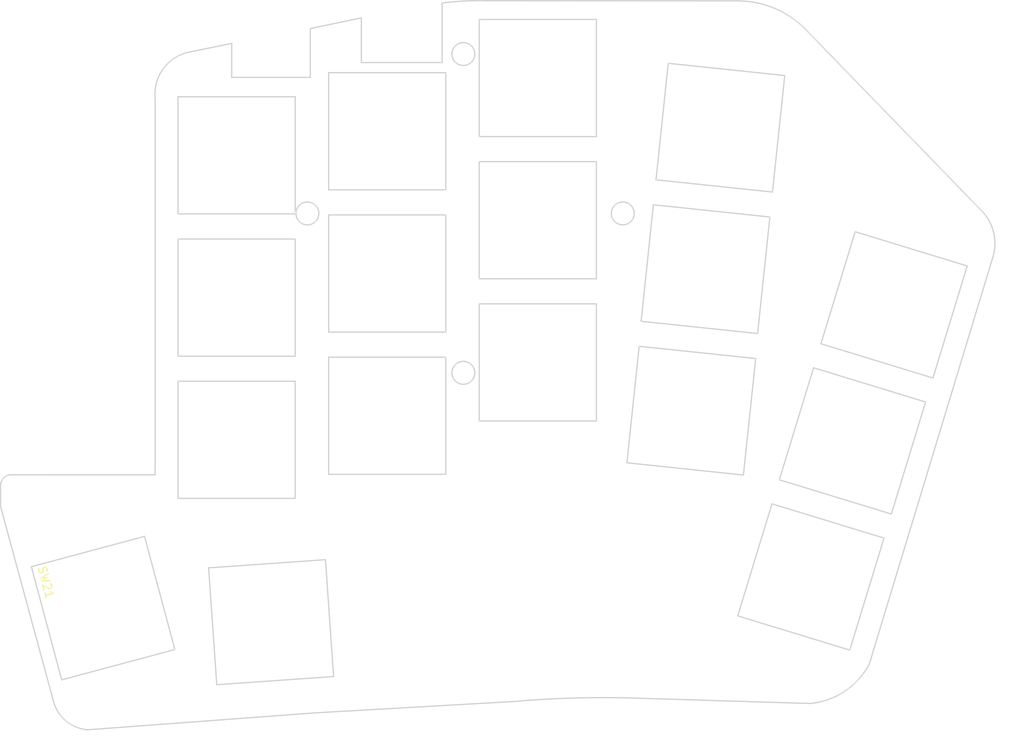
<source format=kicad_pcb>
(kicad_pcb (version 20171130) (host pcbnew 5.1.10)

  (general
    (thickness 1.6)
    (drawings 30)
    (tracks 0)
    (zones 0)
    (modules 17)
    (nets 1)
  )

  (page A4)
  (title_block
    (title hypergolic)
    (date 2020-12-26)
    (rev 0.1)
    (company broomlabs)
  )

  (layers
    (0 F.Cu signal)
    (31 B.Cu signal)
    (32 B.Adhes user)
    (33 F.Adhes user)
    (34 B.Paste user)
    (35 F.Paste user)
    (36 B.SilkS user hide)
    (37 F.SilkS user)
    (38 B.Mask user)
    (39 F.Mask user)
    (40 Dwgs.User user)
    (41 Cmts.User user)
    (42 Eco1.User user)
    (43 Eco2.User user)
    (44 Edge.Cuts user)
    (45 Margin user)
    (46 B.CrtYd user)
    (47 F.CrtYd user)
    (48 B.Fab user)
    (49 F.Fab user)
  )

  (setup
    (last_trace_width 0.25)
    (user_trace_width 0.5)
    (trace_clearance 0.2)
    (zone_clearance 0.508)
    (zone_45_only no)
    (trace_min 0.2)
    (via_size 0.6)
    (via_drill 0.4)
    (via_min_size 0.4)
    (via_min_drill 0.3)
    (uvia_size 0.3)
    (uvia_drill 0.1)
    (uvias_allowed no)
    (uvia_min_size 0.2)
    (uvia_min_drill 0.1)
    (edge_width 0.15)
    (segment_width 0.15)
    (pcb_text_width 0.3)
    (pcb_text_size 1.5 1.5)
    (mod_edge_width 0.15)
    (mod_text_size 1 1)
    (mod_text_width 0.15)
    (pad_size 0.9 1.25)
    (pad_drill 0)
    (pad_to_mask_clearance 0.2)
    (aux_axis_origin 145.73 12.66)
    (visible_elements FFFFEFFF)
    (pcbplotparams
      (layerselection 0x010c0_ffffffff)
      (usegerberextensions true)
      (usegerberattributes false)
      (usegerberadvancedattributes false)
      (creategerberjobfile false)
      (excludeedgelayer true)
      (linewidth 0.020000)
      (plotframeref false)
      (viasonmask false)
      (mode 1)
      (useauxorigin false)
      (hpglpennumber 1)
      (hpglpenspeed 20)
      (hpglpendiameter 15.000000)
      (psnegative false)
      (psa4output false)
      (plotreference true)
      (plotvalue true)
      (plotinvisibletext false)
      (padsonsilk false)
      (subtractmaskfromsilk false)
      (outputformat 1)
      (mirror false)
      (drillshape 0)
      (scaleselection 1)
      (outputdirectory "half/"))
  )

  (net 0 "")

  (net_class Default "これは標準のネット クラスです。"
    (clearance 0.2)
    (trace_width 0.25)
    (via_dia 0.6)
    (via_drill 0.4)
    (uvia_dia 0.3)
    (uvia_drill 0.1)
  )

  (module Kailh:SW_PG1350_cut (layer B.Cu) (tedit 5F05DFF4) (tstamp 60494191)
    (at 43.306288 95.174258 285)
    (descr "Kailh \"Choc\" PG1350 keyswitch, able to be mounted on front or back of PCB")
    (tags kailh,choc)
    (path /604A14CA)
    (fp_text reference SW21 (at 4.98 5.69 285) (layer Dwgs.User) hide
      (effects (font (size 1 1) (thickness 0.15)))
    )
    (fp_text value SW_Push (at -0.07 -8.17 285) (layer Dwgs.User) hide
      (effects (font (size 1 1) (thickness 0.15)))
    )
    (fp_line (start 7 -7) (end 7 7) (layer Edge.Cuts) (width 0.15))
    (fp_line (start -7 -7) (end -7 7) (layer Edge.Cuts) (width 0.15))
    (fp_line (start -7 -7) (end 7 -7) (layer Edge.Cuts) (width 0.15))
    (fp_line (start -7 7) (end 7 7) (layer Edge.Cuts) (width 0.15))
    (fp_text user %V (at 0 -8.255 105) (layer F.Fab)
      (effects (font (size 1 1) (thickness 0.15)))
    )
    (fp_text user %R (at -4.759999 5.8 105) (layer F.SilkS)
      (effects (font (size 1 1) (thickness 0.15)))
    )
    (fp_text user "CPG1232 - 12.7x13.7 plate cutout" (at 0 7.7 285) (layer Cmts.User)
      (effects (font (size 1 1) (thickness 0.15)))
    )
  )

  (module Kailh:SW_PG1350_cut (layer B.Cu) (tedit 5F05DFF4) (tstamp 6049411C)
    (at 77.26 72.189 180)
    (descr "Kailh \"Choc\" PG1350 keyswitch, able to be mounted on front or back of PCB")
    (tags kailh,choc)
    (path /604BAF1A)
    (fp_text reference SW17 (at 4.98 5.69 180) (layer Dwgs.User) hide
      (effects (font (size 1 1) (thickness 0.15)))
    )
    (fp_text value SW_Push (at -0.07 -8.17 180) (layer Dwgs.User) hide
      (effects (font (size 1 1) (thickness 0.15)))
    )
    (fp_line (start 7 -7) (end 7 7) (layer Edge.Cuts) (width 0.15))
    (fp_line (start -7 -7) (end -7 7) (layer Edge.Cuts) (width 0.15))
    (fp_line (start -7 -7) (end 7 -7) (layer Edge.Cuts) (width 0.15))
    (fp_line (start -7 7) (end 7 7) (layer Edge.Cuts) (width 0.15))
    (fp_text user "CPG1232 - 12.7x13.7 plate cutout" (at 0 7.7 180) (layer Cmts.User)
      (effects (font (size 1 1) (thickness 0.15)))
    )
    (fp_text user %R (at 0 0 180) (layer B.Fab)
      (effects (font (size 1 1) (thickness 0.15)) (justify mirror))
    )
    (fp_text user %V (at 0 -8.255) (layer F.Fab)
      (effects (font (size 1 1) (thickness 0.15)))
    )
  )

  (module Kailh:SW_PG1350_cut (layer B.Cu) (tedit 5F05DFF4) (tstamp 60494080)
    (at 59.26 58.064 180)
    (descr "Kailh \"Choc\" PG1350 keyswitch, able to be mounted on front or back of PCB")
    (tags kailh,choc)
    (path /604A6D70)
    (fp_text reference SW12 (at 4.98 5.69 180) (layer Dwgs.User) hide
      (effects (font (size 1 1) (thickness 0.15)))
    )
    (fp_text value SW_Push (at -0.07 -8.17 180) (layer Dwgs.User) hide
      (effects (font (size 1 1) (thickness 0.15)))
    )
    (fp_line (start 7 -7) (end 7 7) (layer Edge.Cuts) (width 0.15))
    (fp_line (start -7 -7) (end -7 7) (layer Edge.Cuts) (width 0.15))
    (fp_line (start -7 -7) (end 7 -7) (layer Edge.Cuts) (width 0.15))
    (fp_line (start -7 7) (end 7 7) (layer Edge.Cuts) (width 0.15))
    (fp_text user "CPG1232 - 12.7x13.7 plate cutout" (at 0 7.7 180) (layer Cmts.User)
      (effects (font (size 1 1) (thickness 0.15)))
    )
    (fp_text user %R (at 0 0 180) (layer B.Fab)
      (effects (font (size 1 1) (thickness 0.15)) (justify mirror))
    )
    (fp_text user %V (at 0 -8.255) (layer F.Fab)
      (effects (font (size 1 1) (thickness 0.15)))
    )
  )

  (module Kailh:SW_PG1350_cut (layer B.Cu) (tedit 5F05DFF4) (tstamp 60494143)
    (at 59.26 75.064 180)
    (descr "Kailh \"Choc\" PG1350 keyswitch, able to be mounted on front or back of PCB")
    (tags kailh,choc)
    (path /604BAF24)
    (fp_text reference SW18 (at 4.98 5.69 180) (layer Dwgs.User) hide
      (effects (font (size 1 1) (thickness 0.15)))
    )
    (fp_text value SW_Push (at -0.07 -8.17 180) (layer Dwgs.User) hide
      (effects (font (size 1 1) (thickness 0.15)))
    )
    (fp_line (start 7 -7) (end 7 7) (layer Edge.Cuts) (width 0.15))
    (fp_line (start -7 -7) (end -7 7) (layer Edge.Cuts) (width 0.15))
    (fp_line (start -7 -7) (end 7 -7) (layer Edge.Cuts) (width 0.15))
    (fp_line (start -7 7) (end 7 7) (layer Edge.Cuts) (width 0.15))
    (fp_text user "CPG1232 - 12.7x13.7 plate cutout" (at 0 7.7 180) (layer Cmts.User)
      (effects (font (size 1 1) (thickness 0.15)))
    )
    (fp_text user %R (at 0 0 180) (layer B.Fab)
      (effects (font (size 1 1) (thickness 0.15)) (justify mirror))
    )
    (fp_text user %V (at 0 -8.255) (layer F.Fab)
      (effects (font (size 1 1) (thickness 0.15)))
    )
  )

  (module Kailh:SW_PG1350_cut (layer B.Cu) (tedit 5F05DFF4) (tstamp 60493F48)
    (at 117.073725 37.758733 174)
    (descr "Kailh \"Choc\" PG1350 keyswitch, able to be mounted on front or back of PCB")
    (tags kailh,choc)
    (path /6049E7C0)
    (fp_text reference SW3 (at 4.98 5.69 174) (layer Dwgs.User) hide
      (effects (font (size 1 1) (thickness 0.15)))
    )
    (fp_text value SW_Push (at -0.07 -8.17 174) (layer Dwgs.User) hide
      (effects (font (size 1 1) (thickness 0.15)))
    )
    (fp_line (start 7 -7) (end 7 7) (layer Edge.Cuts) (width 0.15))
    (fp_line (start -7 -7) (end -7 7) (layer Edge.Cuts) (width 0.15))
    (fp_line (start -7 -7) (end 7 -7) (layer Edge.Cuts) (width 0.15))
    (fp_line (start -7 7) (end 7 7) (layer Edge.Cuts) (width 0.15))
    (fp_text user "CPG1232 - 12.7x13.7 plate cutout" (at 0 7.7 174) (layer Cmts.User)
      (effects (font (size 1 1) (thickness 0.15)))
    )
    (fp_text user %R (at 0 0 -6) (layer B.Fab)
      (effects (font (size 1 1) (thickness 0.15)) (justify mirror))
    )
    (fp_text user %V (at 0 -8.255 354) (layer F.Fab)
      (effects (font (size 1 1) (thickness 0.15)))
    )
  )

  (module Kailh:SW_PG1350_cut (layer B.Cu) (tedit 5F05DFF4) (tstamp 6049416A)
    (at 63.383714 96.856146 184)
    (descr "Kailh \"Choc\" PG1350 keyswitch, able to be mounted on front or back of PCB")
    (tags kailh,choc)
    (path /604A14C0)
    (fp_text reference SW20 (at 4.98 5.69 4) (layer Dwgs.User) hide
      (effects (font (size 1 1) (thickness 0.15)))
    )
    (fp_text value SW_Push (at -0.07 -8.17 4) (layer Dwgs.User) hide
      (effects (font (size 1 1) (thickness 0.15)))
    )
    (fp_line (start 7 -7) (end 7 7) (layer Edge.Cuts) (width 0.15))
    (fp_line (start -7 -7) (end -7 7) (layer Edge.Cuts) (width 0.15))
    (fp_line (start -7 -7) (end 7 -7) (layer Edge.Cuts) (width 0.15))
    (fp_line (start -7 7) (end 7 7) (layer Edge.Cuts) (width 0.15))
    (fp_text user "CPG1232 - 12.7x13.7 plate cutout" (at 0 7.7 4) (layer Cmts.User)
      (effects (font (size 1 1) (thickness 0.15)))
    )
    (fp_text user %R (at 0 0 184) (layer B.Fab)
      (effects (font (size 1 1) (thickness 0.15)) (justify mirror))
    )
    (fp_text user %V (at 0 -8.255 184) (layer F.Fab)
      (effects (font (size 1 1) (thickness 0.15)))
    )
  )

  (module Kailh:SW_PG1350_cut (layer B.Cu) (tedit 5F05DFF4) (tstamp 604940F5)
    (at 95.26 65.814 180)
    (descr "Kailh \"Choc\" PG1350 keyswitch, able to be mounted on front or back of PCB")
    (tags kailh,choc)
    (path /604BAF10)
    (fp_text reference SW16 (at 4.98 5.69 180) (layer Dwgs.User) hide
      (effects (font (size 1 1) (thickness 0.15)))
    )
    (fp_text value SW_Push (at -0.07 -8.17 180) (layer Dwgs.User) hide
      (effects (font (size 1 1) (thickness 0.15)))
    )
    (fp_line (start 7 -7) (end 7 7) (layer Edge.Cuts) (width 0.15))
    (fp_line (start -7 -7) (end -7 7) (layer Edge.Cuts) (width 0.15))
    (fp_line (start -7 -7) (end 7 -7) (layer Edge.Cuts) (width 0.15))
    (fp_line (start -7 7) (end 7 7) (layer Edge.Cuts) (width 0.15))
    (fp_text user "CPG1232 - 12.7x13.7 plate cutout" (at 0 7.7 180) (layer Cmts.User)
      (effects (font (size 1 1) (thickness 0.15)))
    )
    (fp_text user %R (at 0 0 180) (layer B.Fab)
      (effects (font (size 1 1) (thickness 0.15)) (justify mirror))
    )
    (fp_text user %V (at 0 -8.255) (layer F.Fab)
      (effects (font (size 1 1) (thickness 0.15)))
    )
  )

  (module Kailh:SW_PG1350_cut (layer B.Cu) (tedit 5F05DFF4) (tstamp 604940CE)
    (at 113.599306 71.577387 174)
    (descr "Kailh \"Choc\" PG1350 keyswitch, able to be mounted on front or back of PCB")
    (tags kailh,choc)
    (path /604BAF06)
    (fp_text reference SW15 (at 4.98 5.69 174) (layer Dwgs.User) hide
      (effects (font (size 1 1) (thickness 0.15)))
    )
    (fp_text value SW_Push (at -0.07 -8.17 174) (layer Dwgs.User) hide
      (effects (font (size 1 1) (thickness 0.15)))
    )
    (fp_line (start 7 -7) (end 7 7) (layer Edge.Cuts) (width 0.15))
    (fp_line (start -7 -7) (end -7 7) (layer Edge.Cuts) (width 0.15))
    (fp_line (start -7 -7) (end 7 -7) (layer Edge.Cuts) (width 0.15))
    (fp_line (start -7 7) (end 7 7) (layer Edge.Cuts) (width 0.15))
    (fp_text user "CPG1232 - 12.7x13.7 plate cutout" (at 0 7.7 174) (layer Cmts.User)
      (effects (font (size 1 1) (thickness 0.15)))
    )
    (fp_text user %R (at 0 0 -6) (layer B.Fab)
      (effects (font (size 1 1) (thickness 0.15)) (justify mirror))
    )
    (fp_text user %V (at 0 -8.255 354) (layer F.Fab)
      (effects (font (size 1 1) (thickness 0.15)))
    )
  )

  (module Kailh:SW_PG1350_cut (layer B.Cu) (tedit 5F05DFF4) (tstamp 60494059)
    (at 77.26 55.184 180)
    (descr "Kailh \"Choc\" PG1350 keyswitch, able to be mounted on front or back of PCB")
    (tags kailh,choc)
    (path /604A6D66)
    (fp_text reference SW11 (at 4.98 5.69 180) (layer Dwgs.User) hide
      (effects (font (size 1 1) (thickness 0.15)))
    )
    (fp_text value SW_Push (at -0.07 -8.17 180) (layer Dwgs.User) hide
      (effects (font (size 1 1) (thickness 0.15)))
    )
    (fp_line (start 7 -7) (end 7 7) (layer Edge.Cuts) (width 0.15))
    (fp_line (start -7 -7) (end -7 7) (layer Edge.Cuts) (width 0.15))
    (fp_line (start -7 -7) (end 7 -7) (layer Edge.Cuts) (width 0.15))
    (fp_line (start -7 7) (end 7 7) (layer Edge.Cuts) (width 0.15))
    (fp_text user "CPG1232 - 12.7x13.7 plate cutout" (at 0 7.7 180) (layer Cmts.User)
      (effects (font (size 1 1) (thickness 0.15)))
    )
    (fp_text user %R (at 0 0 180) (layer B.Fab)
      (effects (font (size 1 1) (thickness 0.15)) (justify mirror))
    )
    (fp_text user %V (at 0 -8.255) (layer F.Fab)
      (effects (font (size 1 1) (thickness 0.15)))
    )
  )

  (module Kailh:SW_PG1350_cut (layer B.Cu) (tedit 5F05DFF4) (tstamp 60494032)
    (at 95.26 48.814 180)
    (descr "Kailh \"Choc\" PG1350 keyswitch, able to be mounted on front or back of PCB")
    (tags kailh,choc)
    (path /604A6D5C)
    (fp_text reference SW10 (at 4.98 5.69 180) (layer Dwgs.User) hide
      (effects (font (size 1 1) (thickness 0.15)))
    )
    (fp_text value SW_Push (at -0.07 -8.17 180) (layer Dwgs.User) hide
      (effects (font (size 1 1) (thickness 0.15)))
    )
    (fp_line (start 7 -7) (end 7 7) (layer Edge.Cuts) (width 0.15))
    (fp_line (start -7 -7) (end -7 7) (layer Edge.Cuts) (width 0.15))
    (fp_line (start -7 -7) (end 7 -7) (layer Edge.Cuts) (width 0.15))
    (fp_line (start -7 7) (end 7 7) (layer Edge.Cuts) (width 0.15))
    (fp_text user "CPG1232 - 12.7x13.7 plate cutout" (at 0 7.7 180) (layer Cmts.User)
      (effects (font (size 1 1) (thickness 0.15)))
    )
    (fp_text user %R (at 0 0 180) (layer B.Fab)
      (effects (font (size 1 1) (thickness 0.15)) (justify mirror))
    )
    (fp_text user %V (at 0 -8.255) (layer F.Fab)
      (effects (font (size 1 1) (thickness 0.15)))
    )
  )

  (module Kailh:SW_PG1350_cut (layer B.Cu) (tedit 5F05DFF4) (tstamp 6049400B)
    (at 115.296801 54.665619 174)
    (descr "Kailh \"Choc\" PG1350 keyswitch, able to be mounted on front or back of PCB")
    (tags kailh,choc)
    (path /604A6D52)
    (fp_text reference SW9 (at 4.98 5.69 174) (layer Dwgs.User) hide
      (effects (font (size 1 1) (thickness 0.15)))
    )
    (fp_text value SW_Push (at -0.07 -8.17 174) (layer Dwgs.User) hide
      (effects (font (size 1 1) (thickness 0.15)))
    )
    (fp_line (start 7 -7) (end 7 7) (layer Edge.Cuts) (width 0.15))
    (fp_line (start -7 -7) (end -7 7) (layer Edge.Cuts) (width 0.15))
    (fp_line (start -7 -7) (end 7 -7) (layer Edge.Cuts) (width 0.15))
    (fp_line (start -7 7) (end 7 7) (layer Edge.Cuts) (width 0.15))
    (fp_text user "CPG1232 - 12.7x13.7 plate cutout" (at 0 7.7 174) (layer Cmts.User)
      (effects (font (size 1 1) (thickness 0.15)))
    )
    (fp_text user %R (at 0 0 -6) (layer B.Fab)
      (effects (font (size 1 1) (thickness 0.15)) (justify mirror))
    )
    (fp_text user %V (at 0 -8.255 354) (layer F.Fab)
      (effects (font (size 1 1) (thickness 0.15)))
    )
  )

  (module Kailh:SW_PG1350_cut (layer B.Cu) (tedit 5F05DFF4) (tstamp 60493F96)
    (at 77.26 38.184 180)
    (descr "Kailh \"Choc\" PG1350 keyswitch, able to be mounted on front or back of PCB")
    (tags kailh,choc)
    (path /6049F636)
    (fp_text reference SW5 (at 4.98 5.69 180) (layer Dwgs.User) hide
      (effects (font (size 1 1) (thickness 0.15)))
    )
    (fp_text value SW_Push (at -0.07 -8.17 180) (layer Dwgs.User) hide
      (effects (font (size 1 1) (thickness 0.15)))
    )
    (fp_line (start 7 -7) (end 7 7) (layer Edge.Cuts) (width 0.15))
    (fp_line (start -7 -7) (end -7 7) (layer Edge.Cuts) (width 0.15))
    (fp_line (start -7 -7) (end 7 -7) (layer Edge.Cuts) (width 0.15))
    (fp_line (start -7 7) (end 7 7) (layer Edge.Cuts) (width 0.15))
    (fp_text user "CPG1232 - 12.7x13.7 plate cutout" (at 0 7.7 180) (layer Cmts.User)
      (effects (font (size 1 1) (thickness 0.15)))
    )
    (fp_text user %R (at 0 0 180) (layer B.Fab)
      (effects (font (size 1 1) (thickness 0.15)) (justify mirror))
    )
    (fp_text user %V (at 0 -8.255) (layer F.Fab)
      (effects (font (size 1 1) (thickness 0.15)))
    )
  )

  (module Kailh:SW_PG1350_cut (layer B.Cu) (tedit 5F05DFF4) (tstamp 60493F6F)
    (at 95.26 31.824 180)
    (descr "Kailh \"Choc\" PG1350 keyswitch, able to be mounted on front or back of PCB")
    (tags kailh,choc)
    (path /6049EB70)
    (fp_text reference SW4 (at 4.98 5.69 180) (layer Dwgs.User) hide
      (effects (font (size 1 1) (thickness 0.15)))
    )
    (fp_text value SW_Push (at -0.07 -8.17 180) (layer Dwgs.User) hide
      (effects (font (size 1 1) (thickness 0.15)))
    )
    (fp_line (start 7 -7) (end 7 7) (layer Edge.Cuts) (width 0.15))
    (fp_line (start -7 -7) (end -7 7) (layer Edge.Cuts) (width 0.15))
    (fp_line (start -7 -7) (end 7 -7) (layer Edge.Cuts) (width 0.15))
    (fp_line (start -7 7) (end 7 7) (layer Edge.Cuts) (width 0.15))
    (fp_text user "CPG1232 - 12.7x13.7 plate cutout" (at 0 7.7 180) (layer Cmts.User)
      (effects (font (size 1 1) (thickness 0.15)))
    )
    (fp_text user %R (at 0 0 180) (layer B.Fab)
      (effects (font (size 1 1) (thickness 0.15)) (justify mirror))
    )
    (fp_text user %V (at 0 -8.255) (layer F.Fab)
      (effects (font (size 1 1) (thickness 0.15)))
    )
  )

  (module Kailh:SW_PG1350_cut (layer B.Cu) (tedit 5F05DFF4) (tstamp 604940A7)
    (at 127.888988 91.454224 163)
    (descr "Kailh \"Choc\" PG1350 keyswitch, able to be mounted on front or back of PCB")
    (tags kailh,choc)
    (path /604BAD64)
    (fp_text reference SW14 (at 4.98 5.69 163) (layer Dwgs.User) hide
      (effects (font (size 1 1) (thickness 0.15)))
    )
    (fp_text value SW_Push (at -0.070001 -8.17 163) (layer Dwgs.User) hide
      (effects (font (size 1 1) (thickness 0.15)))
    )
    (fp_line (start 7 -7) (end 7 7) (layer Edge.Cuts) (width 0.15))
    (fp_line (start -7 -7) (end -7 7) (layer Edge.Cuts) (width 0.15))
    (fp_line (start -7 -7) (end 7 -7) (layer Edge.Cuts) (width 0.15))
    (fp_line (start -7 7) (end 7 7) (layer Edge.Cuts) (width 0.15))
    (fp_text user "CPG1232 - 12.7x13.7 plate cutout" (at 0 7.7 163) (layer Cmts.User)
      (effects (font (size 1 1) (thickness 0.15)))
    )
    (fp_text user %R (at 0 0 163) (layer B.Fab)
      (effects (font (size 1 1) (thickness 0.15)) (justify mirror))
    )
    (fp_text user %V (at 0 -8.255 343) (layer F.Fab)
      (effects (font (size 1 1) (thickness 0.15)))
    )
  )

  (module Kailh:SW_PG1350_cut (layer B.Cu) (tedit 5F05DFF4) (tstamp 60493FE4)
    (at 132.860751 75.192229 163)
    (descr "Kailh \"Choc\" PG1350 keyswitch, able to be mounted on front or back of PCB")
    (tags kailh,choc)
    (path /604A6C6C)
    (fp_text reference SW8 (at 4.98 5.69 163) (layer Dwgs.User) hide
      (effects (font (size 1 1) (thickness 0.15)))
    )
    (fp_text value SW_Push (at -0.070001 -8.17 163) (layer Dwgs.User) hide
      (effects (font (size 1 1) (thickness 0.15)))
    )
    (fp_line (start 7 -7) (end 7 7) (layer Edge.Cuts) (width 0.15))
    (fp_line (start -7 -7) (end -7 7) (layer Edge.Cuts) (width 0.15))
    (fp_line (start -7 -7) (end 7 -7) (layer Edge.Cuts) (width 0.15))
    (fp_line (start -7 7) (end 7 7) (layer Edge.Cuts) (width 0.15))
    (fp_text user "CPG1232 - 12.7x13.7 plate cutout" (at 0 7.7 163) (layer Cmts.User)
      (effects (font (size 1 1) (thickness 0.15)))
    )
    (fp_text user %R (at 0 0 163) (layer B.Fab)
      (effects (font (size 1 1) (thickness 0.15)) (justify mirror))
    )
    (fp_text user %V (at 0 -8.255 343) (layer F.Fab)
      (effects (font (size 1 1) (thickness 0.15)))
    )
  )

  (module Kailh:SW_PG1350_cut (layer B.Cu) (tedit 5F05DFF4) (tstamp 60493F21)
    (at 137.831046 58.935086 163)
    (descr "Kailh \"Choc\" PG1350 keyswitch, able to be mounted on front or back of PCB")
    (tags kailh,choc)
    (path /6049E323)
    (fp_text reference SW2 (at 4.98 5.69 163) (layer Dwgs.User) hide
      (effects (font (size 1 1) (thickness 0.15)))
    )
    (fp_text value SW_Push (at -0.070001 -8.17 163) (layer Dwgs.User) hide
      (effects (font (size 1 1) (thickness 0.15)))
    )
    (fp_line (start 7 -7) (end 7 7) (layer Edge.Cuts) (width 0.15))
    (fp_line (start -7 -7) (end -7 7) (layer Edge.Cuts) (width 0.15))
    (fp_line (start -7 -7) (end 7 -7) (layer Edge.Cuts) (width 0.15))
    (fp_line (start -7 7) (end 7 7) (layer Edge.Cuts) (width 0.15))
    (fp_text user "CPG1232 - 12.7x13.7 plate cutout" (at 0 7.7 163) (layer Cmts.User)
      (effects (font (size 1 1) (thickness 0.15)))
    )
    (fp_text user %R (at 0 0 163) (layer B.Fab)
      (effects (font (size 1 1) (thickness 0.15)) (justify mirror))
    )
    (fp_text user %V (at 0 -8.255 343) (layer F.Fab)
      (effects (font (size 1 1) (thickness 0.15)))
    )
  )

  (module Kailh:SW_PG1350_cut (layer B.Cu) (tedit 5F05DFF4) (tstamp 60493FBD)
    (at 59.26 41.064 180)
    (descr "Kailh \"Choc\" PG1350 keyswitch, able to be mounted on front or back of PCB")
    (tags kailh,choc)
    (path /6049F698)
    (fp_text reference SW6 (at 4.98 5.69 180) (layer Dwgs.User) hide
      (effects (font (size 1 1) (thickness 0.15)))
    )
    (fp_text value SW_Push (at -0.07 -8.17 180) (layer Dwgs.User) hide
      (effects (font (size 1 1) (thickness 0.15)))
    )
    (fp_line (start 7 -7) (end 7 7) (layer Edge.Cuts) (width 0.15))
    (fp_line (start -7 -7) (end -7 7) (layer Edge.Cuts) (width 0.15))
    (fp_line (start -7 -7) (end 7 -7) (layer Edge.Cuts) (width 0.15))
    (fp_line (start -7 7) (end 7 7) (layer Edge.Cuts) (width 0.15))
    (fp_text user "CPG1232 - 12.7x13.7 plate cutout" (at 0 7.7 180) (layer Cmts.User)
      (effects (font (size 1 1) (thickness 0.15)))
    )
    (fp_text user %R (at 0 0 180) (layer B.Fab)
      (effects (font (size 1 1) (thickness 0.15)) (justify mirror))
    )
    (fp_text user %V (at 0 -8.255) (layer F.Fab)
      (effects (font (size 1 1) (thickness 0.15)))
    )
  )

  (gr_circle (center 86.36 28.956) (end 85.852 30.226) (layer Edge.Cuts) (width 0.15))
  (gr_circle (center 67.720169 48.006) (end 67.212169 49.276) (layer Edge.Cuts) (width 0.15) (tstamp 611685F4))
  (gr_circle (center 105.41 48.006) (end 104.902 49.276) (layer Edge.Cuts) (width 0.15) (tstamp 611685F2))
  (gr_circle (center 86.36 67.056) (end 85.852 68.326) (layer Edge.Cuts) (width 0.15) (tstamp 611685F0))
  (gr_line (start 74.168 29.972) (end 83.82 29.972) (angle 90) (layer Edge.Cuts) (width 0.15) (tstamp 61168487))
  (gr_line (start 83.82 29.972) (end 83.82 22.86) (angle 90) (layer Edge.Cuts) (width 0.15) (tstamp 61168484))
  (gr_line (start 74.168 29.972) (end 74.168 24.638) (angle 90) (layer Edge.Cuts) (width 0.15) (tstamp 6116847C))
  (gr_line (start 58.674 27.686) (end 53.844201 28.67743) (angle 90) (layer Edge.Cuts) (width 0.15) (tstamp 61167338))
  (gr_line (start 68.072 25.908) (end 74.168 24.638) (angle 90) (layer Edge.Cuts) (width 0.15))
  (gr_line (start 58.674 31.75) (end 68.072 31.75) (angle 90) (layer Edge.Cuts) (width 0.15) (tstamp 6116732F))
  (gr_line (start 68.072 31.75) (end 68.072 25.908) (angle 90) (layer Edge.Cuts) (width 0.15) (tstamp 6116732C))
  (gr_line (start 58.674 31.75) (end 58.674 27.686) (angle 90) (layer Edge.Cuts) (width 0.15) (tstamp 61167329))
  (gr_line (start 68.58 107.696) (end 41.468179 109.712721) (layer Edge.Cuts) (width 0.15))
  (gr_line (start 92.447796 106.331441) (end 68.58 107.696) (layer Edge.Cuts) (width 0.15) (tstamp 5FCF486D))
  (gr_arc (start 41.80488 105.140721) (end 41.468179 109.712721) (angle 72.78788107) (layer Edge.Cuts) (width 0.15) (tstamp 603C244F))
  (gr_arc (start 88.368079 58.96879) (end 83.82 22.86) (angle 8.417041666) (layer Edge.Cuts) (width 0.15))
  (gr_arc (start 103.100718 229.109279) (end 105.808454 105.899903) (angle -6.21786713) (layer Edge.Cuts) (width 0.15))
  (gr_line (start 37.338 106.172) (end 31.05832 83.058) (angle 90) (layer Edge.Cuts) (width 0.15) (tstamp 60366CA3))
  (gr_line (start 89.154528 22.581567) (end 119.126 22.606) (angle 90) (layer Edge.Cuts) (width 0.15) (tstamp 5FCF50EA))
  (gr_line (start 127.752953 106.574416) (end 105.808454 105.899903) (layer Edge.Cuts) (width 0.15) (tstamp 5FCF4866))
  (gr_arc (start 54.627507 33.74391) (end 49.53 34.29) (angle 87.32605082) (layer Edge.Cuts) (width 0.15) (tstamp 5FC4EA54))
  (gr_arc (start 126.992097 97.695133) (end 134.874 101.854) (angle 57.28409331) (layer Edge.Cuts) (width 0.15) (tstamp 5FC4DE23))
  (gr_line (start 127.583515 26.34735) (end 148.254161 47.64932) (angle 90) (layer Edge.Cuts) (width 0.15) (tstamp 5FC4CDE2))
  (gr_arc (start 144.313701 51.591296) (end 148.254161 47.64932) (angle 63.29582795) (layer Edge.Cuts) (width 0.15) (tstamp 5FC4CBB8))
  (gr_line (start 49.53 79.243771) (end 49.53 34.29) (angle 90) (layer Edge.Cuts) (width 0.15) (tstamp 5F025174))
  (gr_arc (start 32.32832 80.508) (end 31.05832 80.518) (angle 94.05555909) (layer Edge.Cuts) (width 0.15))
  (gr_arc (start 119.126 34.036) (end 119.126 22.606) (angle 47.72631099) (layer Edge.Cuts) (width 0.15))
  (gr_line (start 32.408164 79.240473) (end 49.53 79.243771) (angle 90) (layer Edge.Cuts) (width 0.15) (tstamp 5E8758B8))
  (gr_line (start 149.606 53.34) (end 134.874 101.854) (angle 90) (layer Edge.Cuts) (width 0.15))
  (gr_line (start 31.05832 83.058) (end 31.05832 80.518) (angle 90) (layer Edge.Cuts) (width 0.15))

)

</source>
